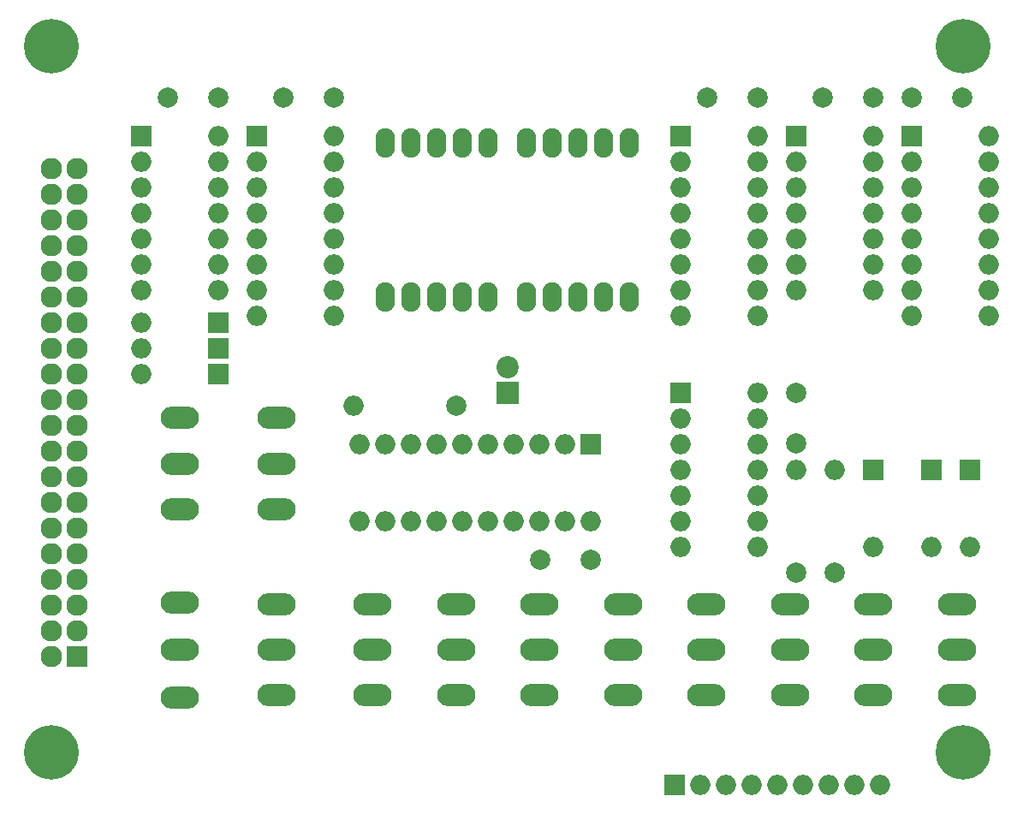
<source format=gbs>
G04 #@! TF.FileFunction,Soldermask,Bot*
%FSLAX46Y46*%
G04 Gerber Fmt 4.6, Leading zero omitted, Abs format (unit mm)*
G04 Created by KiCad (PCBNEW 4.0.7) date 09/02/18 00:34:45*
%MOMM*%
%LPD*%
G01*
G04 APERTURE LIST*
%ADD10C,0.100000*%
%ADD11R,2.127200X2.127200*%
%ADD12O,2.127200X2.127200*%
%ADD13R,2.000000X2.000000*%
%ADD14O,2.000000X2.000000*%
%ADD15C,5.400000*%
%ADD16O,3.800000X2.200000*%
%ADD17C,2.000000*%
%ADD18R,2.200000X2.200000*%
%ADD19C,2.200000*%
%ADD20O,1.924000X2.924000*%
G04 APERTURE END LIST*
D10*
D11*
X107315000Y-132080000D03*
D12*
X104775000Y-132080000D03*
X107315000Y-129540000D03*
X104775000Y-129540000D03*
X107315000Y-127000000D03*
X104775000Y-127000000D03*
X107315000Y-124460000D03*
X104775000Y-124460000D03*
X107315000Y-121920000D03*
X104775000Y-121920000D03*
X107315000Y-119380000D03*
X104775000Y-119380000D03*
X107315000Y-116840000D03*
X104775000Y-116840000D03*
X107315000Y-114300000D03*
X104775000Y-114300000D03*
X107315000Y-111760000D03*
X104775000Y-111760000D03*
X107315000Y-109220000D03*
X104775000Y-109220000D03*
X107315000Y-106680000D03*
X104775000Y-106680000D03*
X107315000Y-104140000D03*
X104775000Y-104140000D03*
X107315000Y-101600000D03*
X104775000Y-101600000D03*
X107315000Y-99060000D03*
X104775000Y-99060000D03*
X107315000Y-96520000D03*
X104775000Y-96520000D03*
X107315000Y-93980000D03*
X104775000Y-93980000D03*
X107315000Y-91440000D03*
X104775000Y-91440000D03*
X107315000Y-88900000D03*
X104775000Y-88900000D03*
X107315000Y-86360000D03*
X104775000Y-86360000D03*
X107315000Y-83820000D03*
X104775000Y-83820000D03*
D13*
X167005000Y-80645000D03*
D14*
X174625000Y-98425000D03*
X167005000Y-83185000D03*
X174625000Y-95885000D03*
X167005000Y-85725000D03*
X174625000Y-93345000D03*
X167005000Y-88265000D03*
X174625000Y-90805000D03*
X167005000Y-90805000D03*
X174625000Y-88265000D03*
X167005000Y-93345000D03*
X174625000Y-85725000D03*
X167005000Y-95885000D03*
X174625000Y-83185000D03*
X167005000Y-98425000D03*
X174625000Y-80645000D03*
D13*
X158115000Y-111125000D03*
D14*
X135255000Y-118745000D03*
X155575000Y-111125000D03*
X137795000Y-118745000D03*
X153035000Y-111125000D03*
X140335000Y-118745000D03*
X150495000Y-111125000D03*
X142875000Y-118745000D03*
X147955000Y-111125000D03*
X145415000Y-118745000D03*
X145415000Y-111125000D03*
X147955000Y-118745000D03*
X142875000Y-111125000D03*
X150495000Y-118745000D03*
X140335000Y-111125000D03*
X153035000Y-118745000D03*
X137795000Y-111125000D03*
X155575000Y-118745000D03*
X135255000Y-111125000D03*
X158115000Y-118745000D03*
D13*
X167005000Y-106045000D03*
D14*
X174625000Y-121285000D03*
X167005000Y-108585000D03*
X174625000Y-118745000D03*
X167005000Y-111125000D03*
X174625000Y-116205000D03*
X167005000Y-113665000D03*
X174625000Y-113665000D03*
X167005000Y-116205000D03*
X174625000Y-111125000D03*
X167005000Y-118745000D03*
X174625000Y-108585000D03*
X167005000Y-121285000D03*
X174625000Y-106045000D03*
D13*
X189865000Y-80645000D03*
D14*
X197485000Y-98425000D03*
X189865000Y-83185000D03*
X197485000Y-95885000D03*
X189865000Y-85725000D03*
X197485000Y-93345000D03*
X189865000Y-88265000D03*
X197485000Y-90805000D03*
X189865000Y-90805000D03*
X197485000Y-88265000D03*
X189865000Y-93345000D03*
X197485000Y-85725000D03*
X189865000Y-95885000D03*
X197485000Y-83185000D03*
X189865000Y-98425000D03*
X197485000Y-80645000D03*
D13*
X113665000Y-80645000D03*
D14*
X121285000Y-95885000D03*
X113665000Y-83185000D03*
X121285000Y-93345000D03*
X113665000Y-85725000D03*
X121285000Y-90805000D03*
X113665000Y-88265000D03*
X121285000Y-88265000D03*
X113665000Y-90805000D03*
X121285000Y-85725000D03*
X113665000Y-93345000D03*
X121285000Y-83185000D03*
X113665000Y-95885000D03*
X121285000Y-80645000D03*
D15*
X104775000Y-71755000D03*
X194945000Y-71755000D03*
D13*
X166370000Y-144780000D03*
D14*
X168910000Y-144780000D03*
X171450000Y-144780000D03*
X173990000Y-144780000D03*
X176530000Y-144780000D03*
X179070000Y-144780000D03*
X181610000Y-144780000D03*
X184150000Y-144780000D03*
X186690000Y-144780000D03*
D13*
X125095000Y-80645000D03*
D14*
X132715000Y-98425000D03*
X125095000Y-83185000D03*
X132715000Y-95885000D03*
X125095000Y-85725000D03*
X132715000Y-93345000D03*
X125095000Y-88265000D03*
X132715000Y-90805000D03*
X125095000Y-90805000D03*
X132715000Y-88265000D03*
X125095000Y-93345000D03*
X132715000Y-85725000D03*
X125095000Y-95885000D03*
X132715000Y-83185000D03*
X125095000Y-98425000D03*
X132715000Y-80645000D03*
D13*
X178435000Y-80645000D03*
D14*
X186055000Y-95885000D03*
X178435000Y-83185000D03*
X186055000Y-93345000D03*
X178435000Y-85725000D03*
X186055000Y-90805000D03*
X178435000Y-88265000D03*
X186055000Y-88265000D03*
X178435000Y-90805000D03*
X186055000Y-85725000D03*
X178435000Y-93345000D03*
X186055000Y-83185000D03*
X178435000Y-95885000D03*
X186055000Y-80645000D03*
D16*
X117475000Y-126745000D03*
X117475000Y-131445000D03*
X117475000Y-136145000D03*
D17*
X182245000Y-123825000D03*
D14*
X182245000Y-113665000D03*
D17*
X178435000Y-123825000D03*
D14*
X178435000Y-113665000D03*
D17*
X144780000Y-107315000D03*
D14*
X134620000Y-107315000D03*
D15*
X194945000Y-141605000D03*
X104775000Y-141605000D03*
D13*
X195580000Y-113665000D03*
D14*
X195580000Y-121285000D03*
D13*
X121285000Y-104140000D03*
D14*
X113665000Y-104140000D03*
D13*
X121285000Y-99060000D03*
D14*
X113665000Y-99060000D03*
D13*
X121285000Y-101600000D03*
D14*
X113665000Y-101600000D03*
D13*
X186055000Y-113665000D03*
D14*
X186055000Y-121285000D03*
D13*
X191770000Y-113665000D03*
D14*
X191770000Y-121285000D03*
D18*
X149860000Y-106045000D03*
D19*
X149860000Y-103505000D03*
D17*
X174625000Y-76835000D03*
X169625000Y-76835000D03*
X158115000Y-122555000D03*
X153115000Y-122555000D03*
X132715000Y-76835000D03*
X127715000Y-76835000D03*
X186055000Y-76835000D03*
X181055000Y-76835000D03*
X178435000Y-106045000D03*
X178435000Y-111045000D03*
X189865000Y-76835000D03*
X194865000Y-76835000D03*
X121285000Y-76835000D03*
X116285000Y-76835000D03*
D20*
X151765000Y-96520000D03*
X154305000Y-96520000D03*
X156845000Y-96520000D03*
X159385000Y-96520000D03*
X161925000Y-96520000D03*
X161925000Y-81280000D03*
X159385000Y-81280000D03*
X156845000Y-81280000D03*
X154305000Y-81280000D03*
X151765000Y-81280000D03*
X137795000Y-96520000D03*
X140335000Y-96520000D03*
X142875000Y-96520000D03*
X145415000Y-96520000D03*
X147955000Y-96520000D03*
X147955000Y-81280000D03*
X145415000Y-81280000D03*
X142875000Y-81280000D03*
X140335000Y-81280000D03*
X137795000Y-81280000D03*
D16*
X127000000Y-108530000D03*
X127000000Y-113030000D03*
X127000000Y-117530000D03*
X127000000Y-126945000D03*
X127000000Y-131445000D03*
X127000000Y-135945000D03*
X117475000Y-108530000D03*
X117475000Y-113030000D03*
X117475000Y-117530000D03*
X194310000Y-126945000D03*
X194310000Y-131445000D03*
X194310000Y-135945000D03*
X186055000Y-126945000D03*
X186055000Y-131445000D03*
X186055000Y-135945000D03*
X177800000Y-126945000D03*
X177800000Y-131445000D03*
X177800000Y-135945000D03*
X169545000Y-126945000D03*
X169545000Y-131445000D03*
X169545000Y-135945000D03*
X161290000Y-126945000D03*
X161290000Y-131445000D03*
X161290000Y-135945000D03*
X153035000Y-126945000D03*
X153035000Y-131445000D03*
X153035000Y-135945000D03*
X144780000Y-126945000D03*
X144780000Y-131445000D03*
X144780000Y-135945000D03*
X136525000Y-126945000D03*
X136525000Y-131445000D03*
X136525000Y-135945000D03*
M02*

</source>
